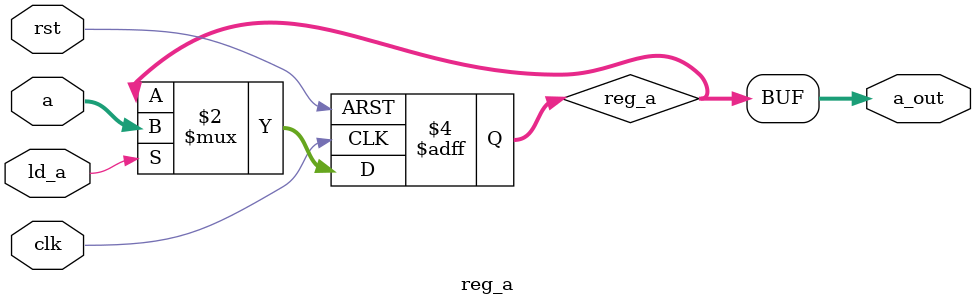
<source format=v>
module reg_a(
input [3:0] a,
input clk , rst, ld_a,
output [3:0] a_out
);

reg [3:0] reg_a;
always @(posedge clk or posedge rst ) begin
if (rst)
reg_a <=0;
else if (ld_a)
reg_a <= a;
end
assign a_out = reg_a;

endmodule


</source>
